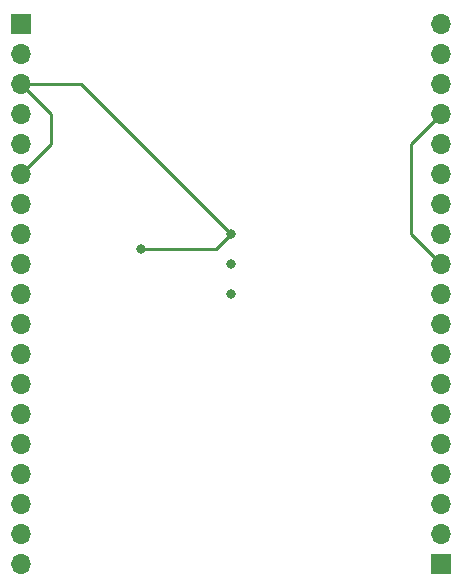
<source format=gbr>
G04 #@! TF.GenerationSoftware,KiCad,Pcbnew,(5.1.5)-3*
G04 #@! TF.CreationDate,2021-03-06T15:43:58-05:00*
G04 #@! TF.ProjectId,adc7953-breakout,61646337-3935-4332-9d62-7265616b6f75,rev?*
G04 #@! TF.SameCoordinates,Original*
G04 #@! TF.FileFunction,Copper,L2,Bot*
G04 #@! TF.FilePolarity,Positive*
%FSLAX46Y46*%
G04 Gerber Fmt 4.6, Leading zero omitted, Abs format (unit mm)*
G04 Created by KiCad (PCBNEW (5.1.5)-3) date 2021-03-06 15:43:58*
%MOMM*%
%LPD*%
G04 APERTURE LIST*
%ADD10O,1.700000X1.700000*%
%ADD11R,1.700000X1.700000*%
%ADD12C,0.800000*%
%ADD13C,0.250000*%
G04 APERTURE END LIST*
D10*
X177800000Y-77470000D03*
X177800000Y-80010000D03*
X177800000Y-82550000D03*
X177800000Y-85090000D03*
X177800000Y-87630000D03*
X177800000Y-90170000D03*
X177800000Y-92710000D03*
X177800000Y-95250000D03*
X177800000Y-97790000D03*
X177800000Y-100330000D03*
X177800000Y-102870000D03*
X177800000Y-105410000D03*
X177800000Y-107950000D03*
X177800000Y-110490000D03*
X177800000Y-113030000D03*
X177800000Y-115570000D03*
X177800000Y-118110000D03*
X177800000Y-120650000D03*
D11*
X177800000Y-123190000D03*
D10*
X142240000Y-123190000D03*
X142240000Y-120650000D03*
X142240000Y-118110000D03*
X142240000Y-115570000D03*
X142240000Y-113030000D03*
X142240000Y-110490000D03*
X142240000Y-107950000D03*
X142240000Y-105410000D03*
X142240000Y-102870000D03*
X142240000Y-100330000D03*
X142240000Y-97790000D03*
X142240000Y-95250000D03*
X142240000Y-92710000D03*
X142240000Y-90170000D03*
X142240000Y-87630000D03*
X142240000Y-85090000D03*
X142240000Y-82550000D03*
X142240000Y-80010000D03*
D11*
X142240000Y-77470000D03*
D12*
X152400000Y-96520000D03*
X160020000Y-95250000D03*
X160020000Y-97790000D03*
X160020000Y-100330000D03*
D13*
X158750000Y-96520000D02*
X160020000Y-95250000D01*
X152400000Y-96520000D02*
X158750000Y-96520000D01*
X147320000Y-82550000D02*
X160020000Y-95250000D01*
X142240000Y-82550000D02*
X147320000Y-82550000D01*
X142240000Y-82550000D02*
X144780000Y-85090000D01*
X144780000Y-85090000D02*
X144780000Y-87630000D01*
X144780000Y-87630000D02*
X142240000Y-90170000D01*
X177800000Y-97790000D02*
X175260000Y-95250000D01*
X175260000Y-95250000D02*
X175260000Y-87630000D01*
X175260000Y-87630000D02*
X177800000Y-85090000D01*
M02*

</source>
